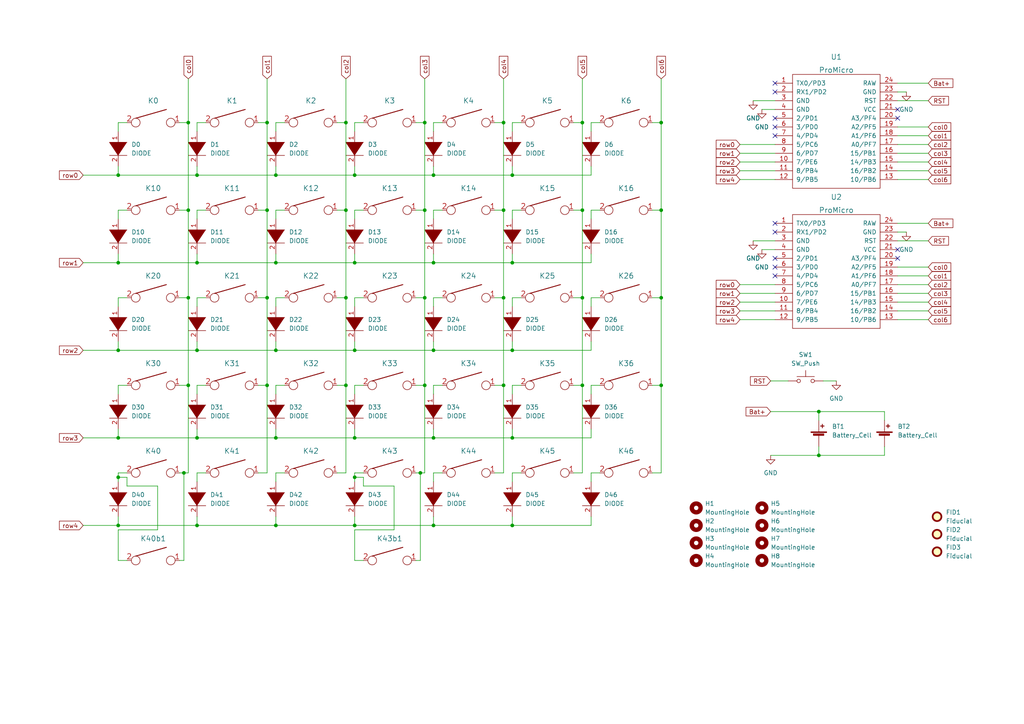
<source format=kicad_sch>
(kicad_sch (version 20211123) (generator eeschema)
  (paper "A4")
  (title_block (title "mykeeb"))
  (lib_symbols
    (symbol "Device:Battery_Cell" (pin_numbers hide) (pin_names (offset 0) hide)
      (property "Reference" "BT" (at 2.54 2.54 0))
      (property "Value" "Battery_Cell" (at 2.54 0 0))
      (symbol "Battery_Cell_0_1"
        (rectangle (start -2.286 1.778) (end 2.286 1.524) (fill (type outline)))
        (rectangle (start -1.5748 1.1938) (end 1.4732 0.6858) (fill (type outline)))
        (polyline (pts (xy 0 0.762) (xy 0 0)))
        (polyline (pts (xy 0 1.778) (xy 0 2.54)))
        (polyline (pts (xy 0.508 3.429) (xy 1.524 3.429)) (stroke (width 0.254)))
        (polyline (pts (xy 1.016 3.937) (xy 1.016 2.921)) (stroke (width 0.254)))
      )
      (symbol "Battery_Cell_1_1"
        (pin passive line (at 0 5.08 270) (length 2.54) (name "+") (number "1"))
        (pin passive line (at 0 -2.54 90) (length 2.54) (name "-") (number "2"))
      )
    )
    (symbol "Mechanical:Fiducial"
      (property "Reference" "FID" (at 0 5.08 0))
      (property "Value" "Fiducial" (at 0 3.175 0))
      (symbol "Fiducial_0_1"
        (circle (center 0 0) (radius 1.27) (stroke (width 0.508)) (fill (type background)))
      )
    )
    (symbol "Mechanical:MountingHole" (pin_names (offset 1.016))
      (property "Reference" "H" (at 0 5.08 0))
      (property "Value" "MountingHole" (at 0 3.175 0))
      (symbol "MountingHole_0_1"
        (circle (center 0 0) (radius 1.27) (stroke (width 1.27)))
      )
    )
    (symbol "Switch:SW_Push" (pin_numbers hide) (pin_names (offset 1.016) hide)
      (property "Reference" "SW" (at 1.27 2.54 0))
      (property "Value" "SW_Push" (at 0 -1.524 0))
      (symbol "SW_Push_0_1"
        (circle (center -2.032 0) (radius 0.508))
        (polyline (pts (xy 0 1.27) (xy 0 3.048)))
        (polyline (pts (xy 2.54 1.27) (xy -2.54 1.27)))
        (circle (center 2.032 0) (radius 0.508))
        (pin passive line (at -5.08 0 0) (length 2.54) (name "1") (number "1"))
        (pin passive line (at 5.08 0 180) (length 2.54) (name "2") (number "2"))
      )
    )
    (symbol "keebio:ProMicro" (pin_names (offset 1.016))
      (property "Reference" "U" (at 0 0 0))
      (property "Value" "ProMicro" (at 0 -19.05 0))
      (symbol "ProMicro_0_1"
        (rectangle (start -12.7 -16.51) (end 12.7 16.51))
      )
      (symbol "ProMicro_1_1"
        (pin input line (at -17.78 13.97 0) (length 5.08) (name "TX0/PD3") (number "1"))
        (pin input line (at -17.78 -8.89 0) (length 5.08) (name "7/PE6") (number "10"))
        (pin input line (at -17.78 -11.43 0) (length 5.08) (name "8/PB4") (number "11"))
        (pin input line (at -17.78 -13.97 0) (length 5.08) (name "9/PB5") (number "12"))
        (pin input line (at 17.78 -13.97 180) (length 5.08) (name "10/PB6") (number "13"))
        (pin input line (at 17.78 -11.43 180) (length 5.08) (name "16/PB2") (number "14"))
        (pin input line (at 17.78 -8.89 180) (length 5.08) (name "14/PB3") (number "15"))
        (pin input line (at 17.78 -6.35 180) (length 5.08) (name "15/PB1") (number "16"))
        (pin input line (at 17.78 -3.81 180) (length 5.08) (name "A0/PF7") (number "17"))
        (pin input line (at 17.78 -1.27 180) (length 5.08) (name "A1/PF6") (number "18"))
        (pin input line (at 17.78 1.27 180) (length 5.08) (name "A2/PF5") (number "19"))
        (pin input line (at -17.78 11.43 0) (length 5.08) (name "RX1/PD2") (number "2"))
        (pin input line (at 17.78 3.81 180) (length 5.08) (name "A3/PF4") (number "20"))
        (pin input line (at 17.78 6.35 180) (length 5.08) (name "VCC") (number "21"))
        (pin input line (at 17.78 8.89 180) (length 5.08) (name "RST") (number "22"))
        (pin input line (at 17.78 11.43 180) (length 5.08) (name "GND") (number "23"))
        (pin input line (at 17.78 13.97 180) (length 5.08) (name "RAW") (number "24"))
        (pin input line (at -17.78 8.89 0) (length 5.08) (name "GND") (number "3"))
        (pin input line (at -17.78 6.35 0) (length 5.08) (name "GND") (number "4"))
        (pin input line (at -17.78 3.81 0) (length 5.08) (name "2/PD1") (number "5"))
        (pin input line (at -17.78 1.27 0) (length 5.08) (name "3/PD0") (number "6"))
        (pin input line (at -17.78 -1.27 0) (length 5.08) (name "4/PD4") (number "7"))
        (pin input line (at -17.78 -3.81 0) (length 5.08) (name "5/PC6") (number "8"))
        (pin input line (at -17.78 -6.35 0) (length 5.08) (name "6/PD7") (number "9"))
      )
    )
    (symbol "keyboard_parts:KEYSW" (pin_names (offset 1.016))
      (property "Reference" "K?" (at -1.27 0 0))
      (symbol "KEYSW_0_1"
        (circle (center -5.08 0) (radius 1.27))
        (polyline (pts (xy -5.08 1.27) (xy 3.81 3.81)) (stroke (width 0.254)))
        (circle (center 5.08 0) (radius 1.27))
      )
      (symbol "KEYSW_1_1"
        (pin passive line (at 7.62 0 180) (length 1.27) (name "~") (number "1"))
        (pin passive line (at -7.62 0 0) (length 1.27) (name "~") (number "2"))
      )
    )
    (symbol "power:GND" (power) (pin_names (offset 0))
      (property "Value" "GND" (at 0 -3.81 0))
      (symbol "GND_0_1"
        (polyline (pts (xy 0 0) (xy 0 -1.27) (xy 1.27 -1.27) (xy 0 -2.54) (xy -1.27 -1.27) (xy 0 -1.27)))
      )
      (symbol "GND_1_1"
        (pin power_in line (at 0 0 270) (length 0) hide (name "GND") (number "1"))
      )
    )
    (symbol "pspice:DIODE" (pin_names (offset 1.016) hide)
      (property "Reference" "D" (at 0 3.81 0))
      (property "Value" "DIODE" (at 0 -4.445 0))
      (symbol "DIODE_0_1"
        (polyline (pts (xy 1.905 2.54) (xy 1.905 -2.54)))
        (polyline (pts (xy -1.905 2.54) (xy -1.905 -2.54) (xy 1.905 0)) (fill (type outline)))
      )
      (symbol "DIODE_1_1"
        (pin input line (at -5.08 0 0) (length 3.81) (name "K") (number "1"))
        (pin input line (at 5.08 0 180) (length 3.81) (name "A") (number "2"))
      )
    )
  )
  (junction (at 77.47 35.56))
  (junction (at 77.47 86.36))
  (junction (at 125.73 101.6))
  (junction (at 146.05 86.36))
  (junction (at 80.01 152.4))
  (junction (at 77.47 60.96))
  (junction (at 191.77 35.56))
  (junction (at 57.15 76.2))
  (junction (at 148.59 101.6))
  (junction (at 102.87 50.8))
  (junction (at 34.29 50.8))
  (junction (at 102.87 152.4))
  (junction (at 168.91 86.36))
  (junction (at 146.05 60.96))
  (junction (at 148.59 152.4))
  (junction (at 80.01 50.8))
  (junction (at 34.29 152.4))
  (junction (at 102.87 101.6))
  (junction (at 125.73 127))
  (junction (at 148.59 50.8))
  (junction (at 146.05 111.76))
  (junction (at 54.61 111.76))
  (junction (at 100.33 35.56))
  (junction (at 102.87 127))
  (junction (at 191.77 60.96))
  (junction (at 34.29 138.43))
  (junction (at 148.59 127))
  (junction (at 80.01 76.2))
  (junction (at 146.05 35.56))
  (junction (at 34.29 76.2))
  (junction (at 125.73 50.8))
  (junction (at 54.61 86.36))
  (junction (at 123.19 60.96))
  (junction (at 100.33 86.36))
  (junction (at 80.01 127))
  (junction (at 100.33 111.76))
  (junction (at 100.33 60.96))
  (junction (at 125.73 152.4))
  (junction (at 57.15 127))
  (junction (at 168.91 60.96))
  (junction (at 77.47 111.76))
  (junction (at 123.19 35.56))
  (junction (at 57.15 152.4))
  (junction (at 34.29 127))
  (junction (at 57.15 101.6))
  (junction (at 34.29 101.6))
  (junction (at 54.61 35.56))
  (junction (at 168.91 35.56))
  (junction (at 168.91 111.76))
  (junction (at 237.49 132.08))
  (junction (at 54.61 60.96))
  (junction (at 191.77 86.36))
  (junction (at 80.01 101.6))
  (junction (at 121.92 137.16))
  (junction (at 57.15 50.8))
  (junction (at 53.34 137.16))
  (junction (at 102.87 76.2))
  (junction (at 102.87 138.43))
  (junction (at 125.73 76.2))
  (junction (at 237.49 119.38))
  (junction (at 148.59 76.2))
  (junction (at 123.19 111.76))
  (junction (at 191.77 111.76))
  (junction (at 123.19 86.36))
  (no_connect (at 224.79 74.93))
  (no_connect (at 260.35 72.39))
  (no_connect (at 224.79 24.13))
  (no_connect (at 224.79 26.67))
  (no_connect (at 224.79 77.47))
  (no_connect (at 224.79 80.01))
  (no_connect (at 224.79 36.83))
  (no_connect (at 224.79 34.29))
  (no_connect (at 224.79 39.37))
  (no_connect (at 260.35 34.29))
  (no_connect (at 260.35 31.75))
  (no_connect (at 260.35 74.93))
  (no_connect (at 224.79 67.31))
  (no_connect (at 224.79 64.77))
  (wire (pts (xy 80.01 35.56) (xy 80.01 38.1)))
  (wire (pts (xy 34.29 153.67) (xy 34.29 162.56)))
  (wire (pts (xy 77.47 111.76) (xy 74.93 111.76)))
  (wire (pts (xy 102.87 138.43) (xy 105.41 138.43)))
  (wire (pts (xy 54.61 35.56) (xy 52.07 35.56)))
  (wire (pts (xy 260.35 46.99) (xy 269.24 46.99)))
  (wire (pts (xy 57.15 111.76) (xy 57.15 114.3)))
  (wire (pts (xy 173.99 60.96) (xy 171.45 60.96)))
  (wire (pts (xy 191.77 35.56) (xy 189.23 35.56)))
  (wire (pts (xy 80.01 101.6) (xy 80.01 99.06)))
  (wire (pts (xy 80.01 127) (xy 80.01 124.46)))
  (wire (pts (xy 146.05 35.56) (xy 146.05 60.96)))
  (wire (pts (xy 105.41 35.56) (xy 102.87 35.56)))
  (wire (pts (xy 59.69 86.36) (xy 57.15 86.36)))
  (wire (pts (xy 102.87 50.8) (xy 125.73 50.8)))
  (wire (pts (xy 80.01 76.2) (xy 102.87 76.2)))
  (wire (pts (xy 114.3 153.67) (xy 114.3 140.97)))
  (wire (pts (xy 171.45 50.8) (xy 171.45 48.26)))
  (wire (pts (xy 57.15 137.16) (xy 57.15 139.7)))
  (wire (pts (xy 102.87 60.96) (xy 102.87 63.5)))
  (wire (pts (xy 34.29 137.16) (xy 34.29 138.43)))
  (wire (pts (xy 57.15 50.8) (xy 80.01 50.8)))
  (wire (pts (xy 146.05 22.86) (xy 146.05 35.56)))
  (wire (pts (xy 123.19 35.56) (xy 120.65 35.56)))
  (wire (pts (xy 191.77 111.76) (xy 189.23 111.76)))
  (wire (pts (xy 100.33 35.56) (xy 100.33 60.96)))
  (wire (pts (xy 34.29 101.6) (xy 57.15 101.6)))
  (wire (pts (xy 191.77 86.36) (xy 189.23 86.36)))
  (wire (pts (xy 223.52 119.38) (xy 237.49 119.38)))
  (wire (pts (xy 168.91 86.36) (xy 168.91 111.76)))
  (wire (pts (xy 57.15 50.8) (xy 57.15 48.26)))
  (wire (pts (xy 191.77 60.96) (xy 189.23 60.96)))
  (wire (pts (xy 77.47 35.56) (xy 74.93 35.56)))
  (wire (pts (xy 45.72 140.97) (xy 36.83 140.97)))
  (wire (pts (xy 34.29 99.06) (xy 34.29 101.6)))
  (wire (pts (xy 223.52 110.49) (xy 228.6 110.49)))
  (wire (pts (xy 102.87 35.56) (xy 102.87 38.1)))
  (wire (pts (xy 77.47 111.76) (xy 77.47 137.16)))
  (wire (pts (xy 82.55 111.76) (xy 80.01 111.76)))
  (wire (pts (xy 100.33 22.86) (xy 100.33 35.56)))
  (wire (pts (xy 100.33 60.96) (xy 97.79 60.96)))
  (wire (pts (xy 148.59 60.96) (xy 148.59 63.5)))
  (wire (pts (xy 260.35 41.91) (xy 269.24 41.91)))
  (wire (pts (xy 171.45 101.6) (xy 171.45 99.06)))
  (wire (pts (xy 77.47 60.96) (xy 77.47 86.36)))
  (wire (pts (xy 34.29 73.66) (xy 34.29 76.2)))
  (wire (pts (xy 77.47 35.56) (xy 77.47 60.96)))
  (wire (pts (xy 34.29 138.43) (xy 34.29 139.7)))
  (wire (pts (xy 171.45 60.96) (xy 171.45 63.5)))
  (wire (pts (xy 171.45 137.16) (xy 171.45 139.7)))
  (wire (pts (xy 260.35 87.63) (xy 269.24 87.63)))
  (wire (pts (xy 102.87 138.43) (xy 102.87 139.7)))
  (wire (pts (xy 34.29 76.2) (xy 24.13 76.2)))
  (wire (pts (xy 128.27 111.76) (xy 125.73 111.76)))
  (wire (pts (xy 173.99 111.76) (xy 171.45 111.76)))
  (wire (pts (xy 36.83 137.16) (xy 34.29 137.16)))
  (wire (pts (xy 148.59 35.56) (xy 148.59 38.1)))
  (wire (pts (xy 102.87 111.76) (xy 102.87 114.3)))
  (wire (pts (xy 102.87 162.56) (xy 102.87 153.67)))
  (wire (pts (xy 237.49 132.08) (xy 256.54 132.08)))
  (wire (pts (xy 223.52 132.08) (xy 237.49 132.08)))
  (wire (pts (xy 36.83 60.96) (xy 34.29 60.96)))
  (wire (pts (xy 102.87 86.36) (xy 102.87 88.9)))
  (wire (pts (xy 125.73 60.96) (xy 125.73 63.5)))
  (wire (pts (xy 171.45 86.36) (xy 171.45 88.9)))
  (wire (pts (xy 102.87 137.16) (xy 102.87 138.43)))
  (wire (pts (xy 168.91 111.76) (xy 168.91 137.16)))
  (wire (pts (xy 151.13 111.76) (xy 148.59 111.76)))
  (wire (pts (xy 168.91 35.56) (xy 166.37 35.56)))
  (wire (pts (xy 100.33 86.36) (xy 97.79 86.36)))
  (wire (pts (xy 148.59 86.36) (xy 148.59 88.9)))
  (wire (pts (xy 36.83 162.56) (xy 34.29 162.56)))
  (wire (pts (xy 123.19 35.56) (xy 123.19 60.96)))
  (wire (pts (xy 80.01 137.16) (xy 80.01 139.7)))
  (wire (pts (xy 54.61 86.36) (xy 52.07 86.36)))
  (wire (pts (xy 105.41 111.76) (xy 102.87 111.76)))
  (wire (pts (xy 57.15 60.96) (xy 57.15 63.5)))
  (wire (pts (xy 171.45 152.4) (xy 171.45 149.86)))
  (wire (pts (xy 80.01 101.6) (xy 102.87 101.6)))
  (wire (pts (xy 125.73 86.36) (xy 125.73 88.9)))
  (wire (pts (xy 102.87 101.6) (xy 102.87 99.06)))
  (wire (pts (xy 36.83 111.76) (xy 34.29 111.76)))
  (wire (pts (xy 148.59 137.16) (xy 148.59 139.7)))
  (wire (pts (xy 191.77 86.36) (xy 191.77 111.76)))
  (wire (pts (xy 191.77 60.96) (xy 191.77 86.36)))
  (wire (pts (xy 237.49 119.38) (xy 237.49 121.92)))
  (wire (pts (xy 151.13 35.56) (xy 148.59 35.56)))
  (wire (pts (xy 34.29 101.6) (xy 24.13 101.6)))
  (wire (pts (xy 57.15 127) (xy 80.01 127)))
  (wire (pts (xy 100.33 35.56) (xy 97.79 35.56)))
  (wire (pts (xy 148.59 152.4) (xy 171.45 152.4)))
  (wire (pts (xy 80.01 50.8) (xy 80.01 48.26)))
  (wire (pts (xy 102.87 153.67) (xy 114.3 153.67)))
  (wire (pts (xy 256.54 119.38) (xy 256.54 121.92)))
  (wire (pts (xy 148.59 101.6) (xy 148.59 99.06)))
  (wire (pts (xy 123.19 60.96) (xy 120.65 60.96)))
  (wire (pts (xy 77.47 86.36) (xy 74.93 86.36)))
  (wire (pts (xy 57.15 127) (xy 57.15 124.46)))
  (wire (pts (xy 82.55 60.96) (xy 80.01 60.96)))
  (wire (pts (xy 146.05 60.96) (xy 146.05 86.36)))
  (wire (pts (xy 121.92 137.16) (xy 120.65 137.16)))
  (wire (pts (xy 214.63 85.09) (xy 224.79 85.09)))
  (wire (pts (xy 34.29 60.96) (xy 34.29 63.5)))
  (wire (pts (xy 34.29 127) (xy 24.13 127)))
  (wire (pts (xy 260.35 90.17) (xy 269.24 90.17)))
  (wire (pts (xy 260.35 69.85) (xy 269.24 69.85)))
  (wire (pts (xy 125.73 76.2) (xy 148.59 76.2)))
  (wire (pts (xy 77.47 22.86) (xy 77.47 35.56)))
  (wire (pts (xy 128.27 86.36) (xy 125.73 86.36)))
  (wire (pts (xy 34.29 86.36) (xy 34.29 88.9)))
  (wire (pts (xy 148.59 50.8) (xy 148.59 48.26)))
  (wire (pts (xy 260.35 85.09) (xy 269.24 85.09)))
  (wire (pts (xy 53.34 137.16) (xy 53.34 162.56)))
  (wire (pts (xy 260.35 80.01) (xy 269.24 80.01)))
  (wire (pts (xy 121.92 137.16) (xy 121.92 162.56)))
  (wire (pts (xy 57.15 152.4) (xy 57.15 149.86)))
  (wire (pts (xy 105.41 162.56) (xy 102.87 162.56)))
  (wire (pts (xy 100.33 111.76) (xy 100.33 137.16)))
  (wire (pts (xy 173.99 86.36) (xy 171.45 86.36)))
  (wire (pts (xy 59.69 137.16) (xy 57.15 137.16)))
  (wire (pts (xy 125.73 137.16) (xy 125.73 139.7)))
  (wire (pts (xy 80.01 127) (xy 102.87 127)))
  (wire (pts (xy 146.05 86.36) (xy 146.05 111.76)))
  (wire (pts (xy 52.07 162.56) (xy 53.34 162.56)))
  (wire (pts (xy 260.35 29.21) (xy 269.24 29.21)))
  (wire (pts (xy 54.61 137.16) (xy 53.34 137.16)))
  (wire (pts (xy 125.73 35.56) (xy 125.73 38.1)))
  (wire (pts (xy 125.73 101.6) (xy 148.59 101.6)))
  (wire (pts (xy 34.29 152.4) (xy 57.15 152.4)))
  (wire (pts (xy 125.73 101.6) (xy 125.73 99.06)))
  (wire (pts (xy 102.87 76.2) (xy 102.87 73.66)))
  (wire (pts (xy 123.19 111.76) (xy 120.65 111.76)))
  (wire (pts (xy 123.19 60.96) (xy 123.19 86.36)))
  (wire (pts (xy 54.61 111.76) (xy 52.07 111.76)))
  (wire (pts (xy 100.33 86.36) (xy 100.33 111.76)))
  (wire (pts (xy 128.27 137.16) (xy 125.73 137.16)))
  (wire (pts (xy 54.61 86.36) (xy 54.61 111.76)))
  (wire (pts (xy 214.63 41.91) (xy 224.79 41.91)))
  (wire (pts (xy 260.35 64.77) (xy 269.24 64.77)))
  (wire (pts (xy 173.99 137.16) (xy 171.45 137.16)))
  (wire (pts (xy 214.63 87.63) (xy 224.79 87.63)))
  (wire (pts (xy 214.63 92.71) (xy 224.79 92.71)))
  (wire (pts (xy 151.13 137.16) (xy 148.59 137.16)))
  (wire (pts (xy 214.63 49.53) (xy 224.79 49.53)))
  (wire (pts (xy 260.35 26.67) (xy 262.89 26.67)))
  (wire (pts (xy 36.83 35.56) (xy 34.29 35.56)))
  (wire (pts (xy 34.29 35.56) (xy 34.29 38.1)))
  (wire (pts (xy 102.87 152.4) (xy 125.73 152.4)))
  (wire (pts (xy 191.77 22.86) (xy 191.77 35.56)))
  (wire (pts (xy 168.91 22.86) (xy 168.91 35.56)))
  (wire (pts (xy 260.35 52.07) (xy 269.24 52.07)))
  (wire (pts (xy 256.54 132.08) (xy 256.54 129.54)))
  (wire (pts (xy 80.01 86.36) (xy 80.01 88.9)))
  (wire (pts (xy 82.55 86.36) (xy 80.01 86.36)))
  (wire (pts (xy 123.19 86.36) (xy 120.65 86.36)))
  (wire (pts (xy 45.72 153.67) (xy 45.72 140.97)))
  (wire (pts (xy 123.19 86.36) (xy 123.19 111.76)))
  (wire (pts (xy 114.3 140.97) (xy 105.41 140.97)))
  (wire (pts (xy 214.63 44.45) (xy 224.79 44.45)))
  (wire (pts (xy 102.87 152.4) (xy 102.87 149.86)))
  (wire (pts (xy 54.61 22.86) (xy 54.61 35.56)))
  (wire (pts (xy 34.29 152.4) (xy 24.13 152.4)))
  (wire (pts (xy 105.41 86.36) (xy 102.87 86.36)))
  (wire (pts (xy 191.77 35.56) (xy 191.77 60.96)))
  (wire (pts (xy 82.55 35.56) (xy 80.01 35.56)))
  (wire (pts (xy 148.59 76.2) (xy 148.59 73.66)))
  (wire (pts (xy 171.45 76.2) (xy 171.45 73.66)))
  (wire (pts (xy 260.35 39.37) (xy 269.24 39.37)))
  (wire (pts (xy 57.15 35.56) (xy 57.15 38.1)))
  (wire (pts (xy 100.33 60.96) (xy 100.33 86.36)))
  (wire (pts (xy 34.29 153.67) (xy 45.72 153.67)))
  (wire (pts (xy 168.91 137.16) (xy 166.37 137.16)))
  (wire (pts (xy 128.27 35.56) (xy 125.73 35.56)))
  (wire (pts (xy 173.99 35.56) (xy 171.45 35.56)))
  (wire (pts (xy 80.01 152.4) (xy 80.01 149.86)))
  (wire (pts (xy 57.15 86.36) (xy 57.15 88.9)))
  (wire (pts (xy 57.15 152.4) (xy 80.01 152.4)))
  (wire (pts (xy 260.35 67.31) (xy 262.89 67.31)))
  (wire (pts (xy 214.63 90.17) (xy 224.79 90.17)))
  (wire (pts (xy 54.61 60.96) (xy 52.07 60.96)))
  (wire (pts (xy 214.63 46.99) (xy 224.79 46.99)))
  (wire (pts (xy 125.73 152.4) (xy 148.59 152.4)))
  (wire (pts (xy 168.91 60.96) (xy 168.91 86.36)))
  (wire (pts (xy 260.35 44.45) (xy 269.24 44.45)))
  (wire (pts (xy 105.41 137.16) (xy 102.87 137.16)))
  (wire (pts (xy 171.45 35.56) (xy 171.45 38.1)))
  (wire (pts (xy 102.87 50.8) (xy 102.87 48.26)))
  (wire (pts (xy 34.29 48.26) (xy 34.29 50.8)))
  (wire (pts (xy 36.83 138.43) (xy 34.29 138.43)))
  (wire (pts (xy 237.49 119.38) (xy 256.54 119.38)))
  (wire (pts (xy 59.69 60.96) (xy 57.15 60.96)))
  (wire (pts (xy 80.01 152.4) (xy 102.87 152.4)))
  (wire (pts (xy 125.73 127) (xy 125.73 124.46)))
  (wire (pts (xy 191.77 111.76) (xy 191.77 137.16)))
  (wire (pts (xy 34.29 149.86) (xy 34.29 152.4)))
  (wire (pts (xy 146.05 60.96) (xy 143.51 60.96)))
  (wire (pts (xy 218.44 29.21) (xy 224.79 29.21)))
  (wire (pts (xy 148.59 152.4) (xy 148.59 149.86)))
  (wire (pts (xy 34.29 111.76) (xy 34.29 114.3)))
  (wire (pts (xy 57.15 101.6) (xy 80.01 101.6)))
  (wire (pts (xy 77.47 60.96) (xy 74.93 60.96)))
  (wire (pts (xy 171.45 111.76) (xy 171.45 114.3)))
  (wire (pts (xy 168.91 86.36) (xy 166.37 86.36)))
  (wire (pts (xy 214.63 82.55) (xy 224.79 82.55)))
  (wire (pts (xy 57.15 76.2) (xy 57.15 73.66)))
  (wire (pts (xy 168.91 111.76) (xy 166.37 111.76)))
  (wire (pts (xy 80.01 60.96) (xy 80.01 63.5)))
  (wire (pts (xy 123.19 111.76) (xy 123.19 137.16)))
  (wire (pts (xy 97.79 137.16) (xy 100.33 137.16)))
  (wire (pts (xy 146.05 137.16) (xy 143.51 137.16)))
  (wire (pts (xy 36.83 86.36) (xy 34.29 86.36)))
  (wire (pts (xy 54.61 35.56) (xy 54.61 60.96)))
  (wire (pts (xy 80.01 111.76) (xy 80.01 114.3)))
  (wire (pts (xy 146.05 86.36) (xy 143.51 86.36)))
  (wire (pts (xy 123.19 22.86) (xy 123.19 35.56)))
  (wire (pts (xy 125.73 111.76) (xy 125.73 114.3)))
  (wire (pts (xy 260.35 82.55) (xy 269.24 82.55)))
  (wire (pts (xy 59.69 35.56) (xy 57.15 35.56)))
  (wire (pts (xy 151.13 60.96) (xy 148.59 60.96)))
  (wire (pts (xy 34.29 124.46) (xy 34.29 127)))
  (wire (pts (xy 80.01 50.8) (xy 102.87 50.8)))
  (wire (pts (xy 260.35 36.83) (xy 269.24 36.83)))
  (wire (pts (xy 36.83 140.97) (xy 36.83 138.43)))
  (wire (pts (xy 148.59 101.6) (xy 171.45 101.6)))
  (wire (pts (xy 220.98 72.39) (xy 224.79 72.39)))
  (wire (pts (xy 260.35 92.71) (xy 269.24 92.71)))
  (wire (pts (xy 148.59 76.2) (xy 171.45 76.2)))
  (wire (pts (xy 77.47 137.16) (xy 74.93 137.16)))
  (wire (pts (xy 102.87 127) (xy 125.73 127)))
  (wire (pts (xy 146.05 111.76) (xy 143.51 111.76)))
  (wire (pts (xy 123.19 137.16) (xy 121.92 137.16)))
  (wire (pts (xy 125.73 50.8) (xy 148.59 50.8)))
  (wire (pts (xy 146.05 35.56) (xy 143.51 35.56)))
  (wire (pts (xy 34.29 50.8) (xy 24.13 50.8)))
  (wire (pts (xy 102.87 101.6) (xy 125.73 101.6)))
  (wire (pts (xy 77.47 86.36) (xy 77.47 111.76)))
  (wire (pts (xy 220.98 31.75) (xy 224.79 31.75)))
  (wire (pts (xy 125.73 127) (xy 148.59 127)))
  (wire (pts (xy 168.91 60.96) (xy 166.37 60.96)))
  (wire (pts (xy 82.55 137.16) (xy 80.01 137.16)))
  (wire (pts (xy 260.35 77.47) (xy 269.24 77.47)))
  (wire (pts (xy 238.76 110.49) (xy 242.57 110.49)))
  (wire (pts (xy 59.69 111.76) (xy 57.15 111.76)))
  (wire (pts (xy 57.15 76.2) (xy 80.01 76.2)))
  (wire (pts (xy 191.77 137.16) (xy 189.23 137.16)))
  (wire (pts (xy 125.73 152.4) (xy 125.73 149.86)))
  (wire (pts (xy 146.05 111.76) (xy 146.05 137.16)))
  (wire (pts (xy 171.45 127) (xy 171.45 124.46)))
  (wire (pts (xy 105.41 140.97) (xy 105.41 138.43)))
  (wire (pts (xy 151.13 86.36) (xy 148.59 86.36)))
  (wire (pts (xy 54.61 111.76) (xy 54.61 137.16)))
  (wire (pts (xy 54.61 60.96) (xy 54.61 86.36)))
  (wire (pts (xy 128.27 60.96) (xy 125.73 60.96)))
  (wire (pts (xy 148.59 127) (xy 171.45 127)))
  (wire (pts (xy 260.35 49.53) (xy 269.24 49.53)))
  (wire (pts (xy 237.49 132.08) (xy 237.49 129.54)))
  (wire (pts (xy 125.73 50.8) (xy 125.73 48.26)))
  (wire (pts (xy 34.29 127) (xy 57.15 127)))
  (wire (pts (xy 100.33 111.76) (xy 97.79 111.76)))
  (wire (pts (xy 148.59 127) (xy 148.59 124.46)))
  (wire (pts (xy 125.73 76.2) (xy 125.73 73.66)))
  (wire (pts (xy 80.01 76.2) (xy 80.01 73.66)))
  (wire (pts (xy 214.63 52.07) (xy 224.79 52.07)))
  (wire (pts (xy 168.91 35.56) (xy 168.91 60.96)))
  (wire (pts (xy 148.59 111.76) (xy 148.59 114.3)))
  (wire (pts (xy 102.87 127) (xy 102.87 124.46)))
  (wire (pts (xy 260.35 24.13) (xy 269.24 24.13)))
  (wire (pts (xy 34.29 76.2) (xy 57.15 76.2)))
  (wire (pts (xy 105.41 60.96) (xy 102.87 60.96)))
  (wire (pts (xy 34.29 50.8) (xy 57.15 50.8)))
  (wire (pts (xy 57.15 101.6) (xy 57.15 99.06)))
  (wire (pts (xy 218.44 69.85) (xy 224.79 69.85)))
  (wire (pts (xy 53.34 137.16) (xy 52.07 137.16)))
  (wire (pts (xy 120.65 162.56) (xy 121.92 162.56)))
  (wire (pts (xy 148.59 50.8) (xy 171.45 50.8)))
  (wire (pts (xy 102.87 76.2) (xy 125.73 76.2)))
  (global_label "Bat+" (shape input) (at 223.52 119.38 180) (property "Referenzen zwischen Schaltplänen" "${INTERSHEET_REFS}" (effects hide)))
  (global_label "col4" (shape input) (at 269.24 87.63 0) (property "Referenzen zwischen Schaltplänen" "${INTERSHEET_REFS}" (effects hide)))
  (global_label "row2" (shape input) (at 214.63 87.63 180) (property "Referenzen zwischen Schaltplänen" "${INTERSHEET_REFS}" (effects hide)))
  (global_label "row1" (shape input) (at 24.13 76.2 180) (property "Referenzen zwischen Schaltplänen" "${INTERSHEET_REFS}" (effects hide)))
  (global_label "col3" (shape input) (at 269.24 85.09 0) (property "Referenzen zwischen Schaltplänen" "${INTERSHEET_REFS}" (effects hide)))
  (global_label "RST" (shape input) (at 269.24 29.21 0) (property "Referenzen zwischen Schaltplänen" "${INTERSHEET_REFS}" (effects hide)))
  (global_label "col1" (shape input) (at 269.24 80.01 0) (property "Referenzen zwischen Schaltplänen" "${INTERSHEET_REFS}" (effects hide)))
  (global_label "col6" (shape input) (at 269.24 92.71 0) (property "Referenzen zwischen Schaltplänen" "${INTERSHEET_REFS}" (effects hide)))
  (global_label "col3" (shape input) (at 269.24 44.45 0) (property "Referenzen zwischen Schaltplänen" "${INTERSHEET_REFS}" (effects hide)))
  (global_label "row4" (shape input) (at 214.63 92.71 180) (property "Referenzen zwischen Schaltplänen" "${INTERSHEET_REFS}" (effects hide)))
  (global_label "Bat+" (shape input) (at 269.24 64.77 0) (property "Referenzen zwischen Schaltplänen" "${INTERSHEET_REFS}" (effects hide)))
  (global_label "row3" (shape input) (at 214.63 49.53 180) (property "Referenzen zwischen Schaltplänen" "${INTERSHEET_REFS}" (effects hide)))
  (global_label "col0" (shape input) (at 54.61 22.86 90) (property "Referenzen zwischen Schaltplänen" "${INTERSHEET_REFS}" (effects hide)))
  (global_label "col3" (shape input) (at 123.19 22.86 90) (property "Referenzen zwischen Schaltplänen" "${INTERSHEET_REFS}" (effects hide)))
  (global_label "row4" (shape input) (at 214.63 52.07 180) (property "Referenzen zwischen Schaltplänen" "${INTERSHEET_REFS}" (effects hide)))
  (global_label "col1" (shape input) (at 77.47 22.86 90) (property "Referenzen zwischen Schaltplänen" "${INTERSHEET_REFS}" (effects hide)))
  (global_label "col4" (shape input) (at 269.24 46.99 0) (property "Referenzen zwischen Schaltplänen" "${INTERSHEET_REFS}" (effects hide)))
  (global_label "col2" (shape input) (at 100.33 22.86 90) (property "Referenzen zwischen Schaltplänen" "${INTERSHEET_REFS}" (effects hide)))
  (global_label "col2" (shape input) (at 269.24 41.91 0) (property "Referenzen zwischen Schaltplänen" "${INTERSHEET_REFS}" (effects hide)))
  (global_label "col2" (shape input) (at 269.24 82.55 0) (property "Referenzen zwischen Schaltplänen" "${INTERSHEET_REFS}" (effects hide)))
  (global_label "row0" (shape input) (at 214.63 41.91 180) (property "Referenzen zwischen Schaltplänen" "${INTERSHEET_REFS}" (effects hide)))
  (global_label "RST" (shape input) (at 269.24 69.85 0) (property "Referenzen zwischen Schaltplänen" "${INTERSHEET_REFS}" (effects hide)))
  (global_label "col6" (shape input) (at 191.77 22.86 90) (property "Referenzen zwischen Schaltplänen" "${INTERSHEET_REFS}" (effects hide)))
  (global_label "row1" (shape input) (at 214.63 85.09 180) (property "Referenzen zwischen Schaltplänen" "${INTERSHEET_REFS}" (effects hide)))
  (global_label "col1" (shape input) (at 269.24 39.37 0) (property "Referenzen zwischen Schaltplänen" "${INTERSHEET_REFS}" (effects hide)))
  (global_label "Bat+" (shape input) (at 269.24 24.13 0) (property "Referenzen zwischen Schaltplänen" "${INTERSHEET_REFS}" (effects hide)))
  (global_label "col6" (shape input) (at 269.24 52.07 0) (property "Referenzen zwischen Schaltplänen" "${INTERSHEET_REFS}" (effects hide)))
  (global_label "col0" (shape input) (at 269.24 36.83 0) (property "Referenzen zwischen Schaltplänen" "${INTERSHEET_REFS}" (effects hide)))
  (global_label "col5" (shape input) (at 168.91 22.86 90) (property "Referenzen zwischen Schaltplänen" "${INTERSHEET_REFS}" (effects hide)))
  (global_label "row1" (shape input) (at 214.63 44.45 180) (property "Referenzen zwischen Schaltplänen" "${INTERSHEET_REFS}" (effects hide)))
  (global_label "RST" (shape input) (at 223.52 110.49 180) (property "Referenzen zwischen Schaltplänen" "${INTERSHEET_REFS}" (effects hide)))
  (global_label "col4" (shape input) (at 146.05 22.86 90) (property "Referenzen zwischen Schaltplänen" "${INTERSHEET_REFS}" (effects hide)))
  (global_label "row2" (shape input) (at 24.13 101.6 180) (property "Referenzen zwischen Schaltplänen" "${INTERSHEET_REFS}" (effects hide)))
  (global_label "row2" (shape input) (at 214.63 46.99 180) (property "Referenzen zwischen Schaltplänen" "${INTERSHEET_REFS}" (effects hide)))
  (global_label "row0" (shape input) (at 24.13 50.8 180) (property "Referenzen zwischen Schaltplänen" "${INTERSHEET_REFS}" (effects hide)))
  (global_label "col0" (shape input) (at 269.24 77.47 0) (property "Referenzen zwischen Schaltplänen" "${INTERSHEET_REFS}" (effects hide)))
  (global_label "row4" (shape input) (at 24.13 152.4 180) (property "Referenzen zwischen Schaltplänen" "${INTERSHEET_REFS}" (effects hide)))
  (global_label "col5" (shape input) (at 269.24 90.17 0) (property "Referenzen zwischen Schaltplänen" "${INTERSHEET_REFS}" (effects hide)))
  (global_label "row0" (shape input) (at 214.63 82.55 180) (property "Referenzen zwischen Schaltplänen" "${INTERSHEET_REFS}" (effects hide)))
  (global_label "row3" (shape input) (at 24.13 127 180) (property "Referenzen zwischen Schaltplänen" "${INTERSHEET_REFS}" (effects hide)))
  (global_label "col5" (shape input) (at 269.24 49.53 0) (property "Referenzen zwischen Schaltplänen" "${INTERSHEET_REFS}" (effects hide)))
  (global_label "row3" (shape input) (at 214.63 90.17 180) (property "Referenzen zwischen Schaltplänen" "${INTERSHEET_REFS}" (effects hide)))
  (symbol (lib_id "keyboard_parts:KEYSW") (at 44.45 35.56 0) (unit 1)
    (property "Reference" "K0" (at 44.45 29.21 0) (effects (font (size 1.524 1.524))))
    (property "Value" "KEYSW" (effects hide))
    (property "Footprint" "keyswitches:Kailh_socket_MX_optional_reversible" (effects hide))
  )
  (symbol (lib_id "pspice:DIODE") (at 171.45 68.58 270) (unit 1)
    (property "Reference" "D16" (at 175.26 67.3099 90) (effects (justify left)))
    (property "Value" "DIODE" (at 175.26 69.8499 90) (effects (justify left)))
    (property "Footprint" "Keebio-Parts:D_SOD123F" (effects hide))
  )
  (symbol (lib_id "keyboard_parts:KEYSW") (at 113.03 137.16 0) (unit 1)
    (property "Reference" "K43" (at 113.03 130.81 0) (effects (font (size 1.524 1.524))))
    (property "Value" "KEYSW" (effects hide))
    (property "Footprint" "keyswitches:Kailh_socket_MX_optional_reversible" (effects hide))
  )
  (symbol (lib_id "Mechanical:MountingHole") (at 220.98 162.56 0) (unit 1)
    (property "Reference" "H8" (at 223.52 161.2899 0) (effects (justify left)))
    (property "Value" "MountingHole" (at 223.52 163.8299 0) (effects (justify left)))
    (property "Footprint" "MountingHole:MountingHole_2.2mm_M2" (effects hide))
  )
  (symbol (lib_id "pspice:DIODE") (at 148.59 119.38 270) (unit 1)
    (property "Reference" "D35" (at 152.4 118.1099 90) (effects (justify left)))
    (property "Value" "DIODE" (at 152.4 120.6499 90) (effects (justify left)))
    (property "Footprint" "Keebio-Parts:D_SOD123F" (effects hide))
  )
  (symbol (lib_id "keyboard_parts:KEYSW") (at 135.89 86.36 0) (unit 1)
    (property "Reference" "K24" (at 135.89 80.01 0) (effects (font (size 1.524 1.524))))
    (property "Value" "KEYSW" (effects hide))
    (property "Footprint" "keyswitches:Kailh_socket_MX_optional_reversible" (effects hide))
  )
  (symbol (lib_id "pspice:DIODE") (at 102.87 93.98 270) (unit 1)
    (property "Reference" "D23" (at 106.68 92.7099 90) (effects (justify left)))
    (property "Value" "DIODE" (at 106.68 95.2499 90) (effects (justify left)))
    (property "Footprint" "Keebio-Parts:D_SOD123F" (effects hide))
  )
  (symbol (lib_id "pspice:DIODE") (at 102.87 144.78 270) (unit 1)
    (property "Reference" "D43" (at 106.68 143.5099 90) (effects (justify left)))
    (property "Value" "DIODE" (at 106.68 146.0499 90) (effects (justify left)))
    (property "Footprint" "Keebio-Parts:D_SOD123F" (effects hide))
  )
  (symbol (lib_id "pspice:DIODE") (at 171.45 119.38 270) (unit 1)
    (property "Reference" "D36" (at 175.26 118.1099 90) (effects (justify left)))
    (property "Value" "DIODE" (at 175.26 120.6499 90) (effects (justify left)))
    (property "Footprint" "Keebio-Parts:D_SOD123F" (effects hide))
  )
  (symbol (lib_id "keyboard_parts:KEYSW") (at 44.45 86.36 0) (unit 1)
    (property "Reference" "K20" (at 44.45 80.01 0) (effects (font (size 1.524 1.524))))
    (property "Value" "KEYSW" (effects hide))
    (property "Footprint" "keyswitches:Kailh_socket_MX_optional_reversible" (effects hide))
  )
  (symbol (lib_id "keebio:ProMicro") (at 242.57 38.1 0) (unit 1)
    (property "Reference" "U1" (at 242.57 16.51 0) (effects (font (size 1.524 1.524))))
    (property "Value" "ProMicro" (at 242.57 20.32 0) (effects (font (size 1.524 1.524))))
    (property "Footprint" "Keebio-Parts:ArduinoProMicro-BackSide" (effects hide))
  )
  (symbol (lib_id "pspice:DIODE") (at 102.87 68.58 270) (unit 1)
    (property "Reference" "D13" (at 106.68 67.3099 90) (effects (justify left)))
    (property "Value" "DIODE" (at 106.68 69.8499 90) (effects (justify left)))
    (property "Footprint" "Keebio-Parts:D_SOD123F" (effects hide))
  )
  (symbol (lib_id "keyboard_parts:KEYSW") (at 113.03 86.36 0) (unit 1)
    (property "Reference" "K23" (at 113.03 80.01 0) (effects (font (size 1.524 1.524))))
    (property "Value" "KEYSW" (effects hide))
    (property "Footprint" "keyswitches:Kailh_socket_MX_optional_reversible" (effects hide))
  )
  (symbol (lib_id "keyboard_parts:KEYSW") (at 113.03 60.96 0) (unit 1)
    (property "Reference" "K13" (at 113.03 54.61 0) (effects (font (size 1.524 1.524))))
    (property "Value" "KEYSW" (effects hide))
    (property "Footprint" "keyswitches:Kailh_socket_MX_optional_reversible" (effects hide))
  )
  (symbol (lib_id "keyboard_parts:KEYSW") (at 158.75 60.96 0) (unit 1)
    (property "Reference" "K15" (at 158.75 54.61 0) (effects (font (size 1.524 1.524))))
    (property "Value" "KEYSW" (effects hide))
    (property "Footprint" "keyswitches:Kailh_socket_MX_optional_reversible" (effects hide))
  )
  (symbol (lib_id "pspice:DIODE") (at 57.15 68.58 270) (unit 1)
    (property "Reference" "D11" (at 60.96 67.3099 90) (effects (justify left)))
    (property "Value" "DIODE" (at 60.96 69.8499 90) (effects (justify left)))
    (property "Footprint" "Keebio-Parts:D_SOD123F" (effects hide))
  )
  (symbol (lib_id "pspice:DIODE") (at 80.01 93.98 270) (unit 1)
    (property "Reference" "D22" (at 83.82 92.7099 90) (effects (justify left)))
    (property "Value" "DIODE" (at 83.82 95.2499 90) (effects (justify left)))
    (property "Footprint" "Keebio-Parts:D_SOD123F" (effects hide))
  )
  (symbol (lib_id "pspice:DIODE") (at 80.01 144.78 270) (unit 1)
    (property "Reference" "D42" (at 83.82 143.5099 90) (effects (justify left)))
    (property "Value" "DIODE" (at 83.82 146.0499 90) (effects (justify left)))
    (property "Footprint" "Keebio-Parts:D_SOD123F" (effects hide))
  )
  (symbol (lib_id "pspice:DIODE") (at 57.15 144.78 270) (unit 1)
    (property "Reference" "D41" (at 60.96 143.5099 90) (effects (justify left)))
    (property "Value" "DIODE" (at 60.96 146.0499 90) (effects (justify left)))
    (property "Footprint" "Keebio-Parts:D_SOD123F" (effects hide))
  )
  (symbol (lib_id "keyboard_parts:KEYSW") (at 135.89 111.76 0) (unit 1)
    (property "Reference" "K34" (at 135.89 105.41 0) (effects (font (size 1.524 1.524))))
    (property "Value" "KEYSW" (effects hide))
    (property "Footprint" "keyswitches:Kailh_socket_MX_optional_reversible" (effects hide))
  )
  (symbol (lib_id "pspice:DIODE") (at 34.29 68.58 270) (unit 1)
    (property "Reference" "D10" (at 38.1 67.3099 90) (effects (justify left)))
    (property "Value" "DIODE" (at 38.1 69.8499 90) (effects (justify left)))
    (property "Footprint" "Keebio-Parts:D_SOD123F" (effects hide))
  )
  (symbol (lib_id "power:GND") (at 262.89 67.31 0) (unit 1)
    (property "Reference" "#PWR?" (effects hide))
    (property "Value" "GND" (at 262.89 72.39 0))
  )
  (symbol (lib_id "pspice:DIODE") (at 125.73 93.98 270) (unit 1)
    (property "Reference" "D24" (at 129.54 92.7099 90) (effects (justify left)))
    (property "Value" "DIODE" (at 129.54 95.2499 90) (effects (justify left)))
    (property "Footprint" "Keebio-Parts:D_SOD123F" (effects hide))
  )
  (symbol (lib_id "keyboard_parts:KEYSW") (at 44.45 137.16 0) (unit 1)
    (property "Reference" "K40" (at 44.45 130.81 0) (effects (font (size 1.524 1.524))))
    (property "Value" "KEYSW" (effects hide))
    (property "Footprint" "keyswitches:Kailh_socket_MX_optional_reversible" (effects hide))
  )
  (symbol (lib_id "Mechanical:MountingHole") (at 220.98 147.32 0) (unit 1)
    (property "Reference" "H5" (at 223.52 146.0499 0) (effects (justify left)))
    (property "Value" "MountingHole" (at 223.52 148.5899 0) (effects (justify left)))
    (property "Footprint" "MountingHole:MountingHole_2.2mm_M2" (effects hide))
  )
  (symbol (lib_id "keyboard_parts:KEYSW") (at 181.61 60.96 0) (unit 1)
    (property "Reference" "K16" (at 181.61 54.61 0) (effects (font (size 1.524 1.524))))
    (property "Value" "KEYSW" (effects hide))
    (property "Footprint" "keyswitches:Kailh_socket_MX_optional_reversible" (effects hide))
  )
  (symbol (lib_id "keyboard_parts:KEYSW") (at 44.45 162.56 0) (unit 1)
    (property "Reference" "K40b1" (at 44.45 156.21 0) (effects (font (size 1.524 1.524))))
    (property "Value" "KEYSW" (effects hide))
    (property "Footprint" "keyswitches:Kailh_socket_MX_optional_reversible" (effects hide))
  )
  (symbol (lib_id "Device:Battery_Cell") (at 237.49 127 0) (unit 1)
    (property "Reference" "BT1" (at 241.3 123.6979 0) (effects (justify left)))
    (property "Value" "Battery_Cell" (at 241.3 126.2379 0) (effects (justify left)))
    (property "Footprint" "Connector_JST:JST_PH_S2B-PH-K_1x02_P2.00mm_Horizontal" (effects hide))
  )
  (symbol (lib_id "keyboard_parts:KEYSW") (at 181.61 111.76 0) (unit 1)
    (property "Reference" "K36" (at 181.61 105.41 0) (effects (font (size 1.524 1.524))))
    (property "Value" "KEYSW" (effects hide))
    (property "Footprint" "keyswitches:Kailh_socket_MX_optional_reversible" (effects hide))
  )
  (symbol (lib_id "pspice:DIODE") (at 125.73 119.38 270) (unit 1)
    (property "Reference" "D34" (at 129.54 118.1099 90) (effects (justify left)))
    (property "Value" "DIODE" (at 129.54 120.6499 90) (effects (justify left)))
    (property "Footprint" "Keebio-Parts:D_SOD123F" (effects hide))
  )
  (symbol (lib_id "pspice:DIODE") (at 148.59 144.78 270) (unit 1)
    (property "Reference" "D45" (at 152.4 143.5099 90) (effects (justify left)))
    (property "Value" "DIODE" (at 152.4 146.0499 90) (effects (justify left)))
    (property "Footprint" "Keebio-Parts:D_SOD123F" (effects hide))
  )
  (symbol (lib_id "pspice:DIODE") (at 148.59 43.18 270) (unit 1)
    (property "Reference" "D5" (at 152.4 41.9099 90) (effects (justify left)))
    (property "Value" "DIODE" (at 152.4 44.4499 90) (effects (justify left)))
    (property "Footprint" "Keebio-Parts:D_SOD123F" (effects hide))
  )
  (symbol (lib_id "pspice:DIODE") (at 57.15 43.18 270) (unit 1)
    (property "Reference" "D1" (at 60.96 41.9099 90) (effects (justify left)))
    (property "Value" "DIODE" (at 60.96 44.4499 90) (effects (justify left)))
    (property "Footprint" "Keebio-Parts:D_SOD123F" (effects hide))
  )
  (symbol (lib_id "pspice:DIODE") (at 148.59 68.58 270) (unit 1)
    (property "Reference" "D15" (at 152.4 67.3099 90) (effects (justify left)))
    (property "Value" "DIODE" (at 152.4 69.8499 90) (effects (justify left)))
    (property "Footprint" "Keebio-Parts:D_SOD123F" (effects hide))
  )
  (symbol (lib_id "keyboard_parts:KEYSW") (at 158.75 137.16 0) (unit 1)
    (property "Reference" "K45" (at 158.75 130.81 0) (effects (font (size 1.524 1.524))))
    (property "Value" "KEYSW" (effects hide))
    (property "Footprint" "keyswitches:Kailh_socket_MX_optional_reversible" (effects hide))
  )
  (symbol (lib_id "power:GND") (at 218.44 29.21 0) (unit 1)
    (property "Reference" "#PWR?" (effects hide))
    (property "Value" "GND" (at 218.44 34.29 0))
  )
  (symbol (lib_id "keebio:ProMicro") (at 242.57 78.74 0) (unit 1)
    (property "Reference" "U2" (at 242.57 57.15 0) (effects (font (size 1.524 1.524))))
    (property "Value" "ProMicro" (at 242.57 60.96 0) (effects (font (size 1.524 1.524))))
    (property "Footprint" "Keebio-Parts:ArduinoProMicro-BackSide" (effects hide))
  )
  (symbol (lib_id "pspice:DIODE") (at 171.45 93.98 270) (unit 1)
    (property "Reference" "D26" (at 175.26 92.7099 90) (effects (justify left)))
    (property "Value" "DIODE" (at 175.26 95.2499 90) (effects (justify left)))
    (property "Footprint" "Keebio-Parts:D_SOD123F" (effects hide))
  )
  (symbol (lib_id "power:GND") (at 218.44 69.85 0) (unit 1)
    (property "Reference" "#PWR?" (effects hide))
    (property "Value" "GND" (at 218.44 74.93 0))
  )
  (symbol (lib_id "power:GND") (at 220.98 72.39 0) (unit 1)
    (property "Reference" "#PWR?" (effects hide))
    (property "Value" "GND" (at 220.98 77.47 0))
  )
  (symbol (lib_id "keyboard_parts:KEYSW") (at 67.31 35.56 0) (unit 1)
    (property "Reference" "K1" (at 67.31 29.21 0) (effects (font (size 1.524 1.524))))
    (property "Value" "KEYSW" (effects hide))
    (property "Footprint" "keyswitches:Kailh_socket_MX_optional_reversible" (effects hide))
  )
  (symbol (lib_id "pspice:DIODE") (at 102.87 119.38 270) (unit 1)
    (property "Reference" "D33" (at 106.68 118.1099 90) (effects (justify left)))
    (property "Value" "DIODE" (at 106.68 120.6499 90) (effects (justify left)))
    (property "Footprint" "Keebio-Parts:D_SOD123F" (effects hide))
  )
  (symbol (lib_id "pspice:DIODE") (at 171.45 43.18 270) (unit 1)
    (property "Reference" "D6" (at 175.26 41.9099 90) (effects (justify left)))
    (property "Value" "DIODE" (at 175.26 44.4499 90) (effects (justify left)))
    (property "Footprint" "Keebio-Parts:D_SOD123F" (effects hide))
  )
  (symbol (lib_id "Mechanical:MountingHole") (at 201.93 157.48 0) (unit 1)
    (property "Reference" "H3" (at 204.47 156.2099 0) (effects (justify left)))
    (property "Value" "MountingHole" (at 204.47 158.7499 0) (effects (justify left)))
    (property "Footprint" "MountingHole:MountingHole_3.2mm_M3" (effects hide))
  )
  (symbol (lib_id "keyboard_parts:KEYSW") (at 67.31 137.16 0) (unit 1)
    (property "Reference" "K41" (at 67.31 130.81 0) (effects (font (size 1.524 1.524))))
    (property "Value" "KEYSW" (effects hide))
    (property "Footprint" "keyswitches:Kailh_socket_MX_optional_reversible" (effects hide))
  )
  (symbol (lib_id "Mechanical:Fiducial") (at 271.78 154.94 0) (unit 1)
    (property "Reference" "FID2" (at 274.32 153.6699 0) (effects (justify left)))
    (property "Value" "Fiducial" (at 274.32 156.2099 0) (effects (justify left)))
    (property "Footprint" "Fiducial:Fiducial_1mm_Mask2mm" (effects hide))
  )
  (symbol (lib_id "pspice:DIODE") (at 171.45 144.78 270) (unit 1)
    (property "Reference" "D46" (at 175.26 143.5099 90) (effects (justify left)))
    (property "Value" "DIODE" (at 175.26 146.0499 90) (effects (justify left)))
    (property "Footprint" "Keebio-Parts:D_SOD123F" (effects hide))
  )
  (symbol (lib_id "Mechanical:Fiducial") (at 271.78 149.86 0) (unit 1)
    (property "Reference" "FID1" (at 274.32 148.5899 0) (effects (justify left)))
    (property "Value" "Fiducial" (at 274.32 151.1299 0) (effects (justify left)))
    (property "Footprint" "Fiducial:Fiducial_1mm_Mask2mm" (effects hide))
  )
  (symbol (lib_id "Mechanical:Fiducial") (at 271.78 160.02 0) (unit 1)
    (property "Reference" "FID3" (at 274.32 158.7499 0) (effects (justify left)))
    (property "Value" "Fiducial" (at 274.32 161.2899 0) (effects (justify left)))
    (property "Footprint" "Fiducial:Fiducial_1mm_Mask2mm" (effects hide))
  )
  (symbol (lib_id "keyboard_parts:KEYSW") (at 181.61 35.56 0) (unit 1)
    (property "Reference" "K6" (at 181.61 29.21 0) (effects (font (size 1.524 1.524))))
    (property "Value" "KEYSW" (effects hide))
    (property "Footprint" "keyswitches:Kailh_socket_MX_optional_reversible" (effects hide))
  )
  (symbol (lib_id "keyboard_parts:KEYSW") (at 135.89 137.16 0) (unit 1)
    (property "Reference" "K44" (at 135.89 130.81 0) (effects (font (size 1.524 1.524))))
    (property "Value" "KEYSW" (effects hide))
    (property "Footprint" "keyswitches:Kailh_socket_MX_optional_reversible" (effects hide))
  )
  (symbol (lib_id "keyboard_parts:KEYSW") (at 113.03 35.56 0) (unit 1)
    (property "Reference" "K3" (at 113.03 29.21 0) (effects (font (size 1.524 1.524))))
    (property "Value" "KEYSW" (effects hide))
    (property "Footprint" "keyswitches:Kailh_socket_MX_optional_reversible" (effects hide))
  )
  (symbol (lib_id "pspice:DIODE") (at 125.73 144.78 270) (unit 1)
    (property "Reference" "D44" (at 129.54 143.5099 90) (effects (justify left)))
    (property "Value" "DIODE" (at 129.54 146.0499 90) (effects (justify left)))
    (property "Footprint" "Keebio-Parts:D_SOD123F" (effects hide))
  )
  (symbol (lib_id "pspice:DIODE") (at 34.29 93.98 270) (unit 1)
    (property "Reference" "D20" (at 38.1 92.7099 90) (effects (justify left)))
    (property "Value" "DIODE" (at 38.1 95.2499 90) (effects (justify left)))
    (property "Footprint" "Keebio-Parts:D_SOD123F" (effects hide))
  )
  (symbol (lib_id "pspice:DIODE") (at 125.73 68.58 270) (unit 1)
    (property "Reference" "D14" (at 129.54 67.3099 90) (effects (justify left)))
    (property "Value" "DIODE" (at 129.54 69.8499 90) (effects (justify left)))
    (property "Footprint" "Keebio-Parts:D_SOD123F" (effects hide))
  )
  (symbol (lib_id "Mechanical:MountingHole") (at 201.93 152.4 0) (unit 1)
    (property "Reference" "H2" (at 204.47 151.1299 0) (effects (justify left)))
    (property "Value" "MountingHole" (at 204.47 153.6699 0) (effects (justify left)))
    (property "Footprint" "MountingHole:MountingHole_3.2mm_M3" (effects hide))
  )
  (symbol (lib_id "keyboard_parts:KEYSW") (at 67.31 86.36 0) (unit 1)
    (property "Reference" "K21" (at 67.31 80.01 0) (effects (font (size 1.524 1.524))))
    (property "Value" "KEYSW" (effects hide))
    (property "Footprint" "keyswitches:Kailh_socket_MX_optional_reversible" (effects hide))
  )
  (symbol (lib_id "keyboard_parts:KEYSW") (at 158.75 35.56 0) (unit 1)
    (property "Reference" "K5" (at 158.75 29.21 0) (effects (font (size 1.524 1.524))))
    (property "Value" "KEYSW" (effects hide))
    (property "Footprint" "keyswitches:Kailh_socket_MX_optional_reversible" (effects hide))
  )
  (symbol (lib_id "keyboard_parts:KEYSW") (at 90.17 137.16 0) (unit 1)
    (property "Reference" "K42" (at 90.17 130.81 0) (effects (font (size 1.524 1.524))))
    (property "Value" "KEYSW" (effects hide))
    (property "Footprint" "keyswitches:Kailh_socket_MX_optional_reversible" (effects hide))
  )
  (symbol (lib_id "keyboard_parts:KEYSW") (at 90.17 86.36 0) (unit 1)
    (property "Reference" "K22" (at 90.17 80.01 0) (effects (font (size 1.524 1.524))))
    (property "Value" "KEYSW" (effects hide))
    (property "Footprint" "keyswitches:Kailh_socket_MX_optional_reversible" (effects hide))
  )
  (symbol (lib_id "pspice:DIODE") (at 34.29 144.78 270) (unit 1)
    (property "Reference" "D40" (at 38.1 143.5099 90) (effects (justify left)))
    (property "Value" "DIODE" (at 38.1 146.0499 90) (effects (justify left)))
    (property "Footprint" "Keebio-Parts:D_SOD123F" (effects hide))
  )
  (symbol (lib_id "pspice:DIODE") (at 102.87 43.18 270) (unit 1)
    (property "Reference" "D3" (at 106.68 41.9099 90) (effects (justify left)))
    (property "Value" "DIODE" (at 106.68 44.4499 90) (effects (justify left)))
    (property "Footprint" "Keebio-Parts:D_SOD123F" (effects hide))
  )
  (symbol (lib_id "keyboard_parts:KEYSW") (at 113.03 111.76 0) (unit 1)
    (property "Reference" "K33" (at 113.03 105.41 0) (effects (font (size 1.524 1.524))))
    (property "Value" "KEYSW" (effects hide))
    (property "Footprint" "keyswitches:Kailh_socket_MX_optional_reversible" (effects hide))
  )
  (symbol (lib_id "pspice:DIODE") (at 80.01 68.58 270) (unit 1)
    (property "Reference" "D12" (at 83.82 67.3099 90) (effects (justify left)))
    (property "Value" "DIODE" (at 83.82 69.8499 90) (effects (justify left)))
    (property "Footprint" "Keebio-Parts:D_SOD123F" (effects hide))
  )
  (symbol (lib_id "keyboard_parts:KEYSW") (at 67.31 60.96 0) (unit 1)
    (property "Reference" "K11" (at 67.31 54.61 0) (effects (font (size 1.524 1.524))))
    (property "Value" "KEYSW" (effects hide))
    (property "Footprint" "keyswitches:Kailh_socket_MX_optional_reversible" (effects hide))
  )
  (symbol (lib_id "Mechanical:MountingHole") (at 220.98 157.48 0) (unit 1)
    (property "Reference" "H7" (at 223.52 156.2099 0) (effects (justify left)))
    (property "Value" "MountingHole" (at 223.52 158.7499 0) (effects (justify left)))
    (property "Footprint" "MountingHole:MountingHole_2.2mm_M2" (effects hide))
  )
  (symbol (lib_id "keyboard_parts:KEYSW") (at 135.89 60.96 0) (unit 1)
    (property "Reference" "K14" (at 135.89 54.61 0) (effects (font (size 1.524 1.524))))
    (property "Value" "KEYSW" (effects hide))
    (property "Footprint" "keyswitches:Kailh_socket_MX_optional_reversible" (effects hide))
  )
  (symbol (lib_id "keyboard_parts:KEYSW") (at 181.61 86.36 0) (unit 1)
    (property "Reference" "K26" (at 181.61 80.01 0) (effects (font (size 1.524 1.524))))
    (property "Value" "KEYSW" (effects hide))
    (property "Footprint" "keyswitches:Kailh_socket_MX_optional_reversible" (effects hide))
  )
  (symbol (lib_id "keyboard_parts:KEYSW") (at 113.03 162.56 0) (unit 1)
    (property "Reference" "K43b1" (at 113.03 156.21 0) (effects (font (size 1.524 1.524))))
    (property "Value" "KEYSW" (effects hide))
    (property "Footprint" "keyswitches:Kailh_socket_MX_optional_reversible" (effects hide))
  )
  (symbol (lib_id "Mechanical:MountingHole") (at 201.93 147.32 0) (unit 1)
    (property "Reference" "H1" (at 204.47 146.0499 0) (effects (justify left)))
    (property "Value" "MountingHole" (at 204.47 148.5899 0) (effects (justify left)))
    (property "Footprint" "MountingHole:MountingHole_3.2mm_M3" (effects hide))
  )
  (symbol (lib_id "pspice:DIODE") (at 34.29 119.38 270) (unit 1)
    (property "Reference" "D30" (at 38.1 118.1099 90) (effects (justify left)))
    (property "Value" "DIODE" (at 38.1 120.6499 90) (effects (justify left)))
    (property "Footprint" "Keebio-Parts:D_SOD123F" (effects hide))
  )
  (symbol (lib_id "pspice:DIODE") (at 125.73 43.18 270) (unit 1)
    (property "Reference" "D4" (at 129.54 41.9099 90) (effects (justify left)))
    (property "Value" "DIODE" (at 129.54 44.4499 90) (effects (justify left)))
    (property "Footprint" "Keebio-Parts:D_SOD123F" (effects hide))
  )
  (symbol (lib_id "pspice:DIODE") (at 80.01 43.18 270) (unit 1)
    (property "Reference" "D2" (at 83.82 41.9099 90) (effects (justify left)))
    (property "Value" "DIODE" (at 83.82 44.4499 90) (effects (justify left)))
    (property "Footprint" "Keebio-Parts:D_SOD123F" (effects hide))
  )
  (symbol (lib_id "keyboard_parts:KEYSW") (at 44.45 60.96 0) (unit 1)
    (property "Reference" "K10" (at 44.45 54.61 0) (effects (font (size 1.524 1.524))))
    (property "Value" "KEYSW" (effects hide))
    (property "Footprint" "keyswitches:Kailh_socket_MX_optional_reversible" (effects hide))
  )
  (symbol (lib_id "keyboard_parts:KEYSW") (at 90.17 35.56 0) (unit 1)
    (property "Reference" "K2" (at 90.17 29.21 0) (effects (font (size 1.524 1.524))))
    (property "Value" "KEYSW" (effects hide))
    (property "Footprint" "keyswitches:Kailh_socket_MX_optional_reversible" (effects hide))
  )
  (symbol (lib_id "keyboard_parts:KEYSW") (at 44.45 111.76 0) (unit 1)
    (property "Reference" "K30" (at 44.45 105.41 0) (effects (font (size 1.524 1.524))))
    (property "Value" "KEYSW" (effects hide))
    (property "Footprint" "keyswitches:Kailh_socket_MX_optional_reversible" (effects hide))
  )
  (symbol (lib_id "keyboard_parts:KEYSW") (at 181.61 137.16 0) (unit 1)
    (property "Reference" "K46" (at 181.61 130.81 0) (effects (font (size 1.524 1.524))))
    (property "Value" "KEYSW" (effects hide))
    (property "Footprint" "keyswitches:Kailh_socket_MX_optional_reversible" (effects hide))
  )
  (symbol (lib_id "Device:Battery_Cell") (at 256.54 127 0) (unit 1)
    (property "Reference" "BT2" (at 260.35 123.6979 0) (effects (justify left)))
    (property "Value" "Battery_Cell" (at 260.35 126.2379 0) (effects (justify left)))
    (property "Footprint" "Connector_JST:JST_PH_S2B-PH-K_1x02_P2.00mm_Horizontal" (effects hide))
  )
  (symbol (lib_id "power:GND") (at 242.57 110.49 0) (unit 1)
    (property "Reference" "#PWR?" (effects hide))
    (property "Value" "GND" (at 242.57 115.57 0))
  )
  (symbol (lib_id "pspice:DIODE") (at 80.01 119.38 270) (unit 1)
    (property "Reference" "D32" (at 83.82 118.1099 90) (effects (justify left)))
    (property "Value" "DIODE" (at 83.82 120.6499 90) (effects (justify left)))
    (property "Footprint" "Keebio-Parts:D_SOD123F" (effects hide))
  )
  (symbol (lib_id "pspice:DIODE") (at 57.15 93.98 270) (unit 1)
    (property "Reference" "D21" (at 60.96 92.7099 90) (effects (justify left)))
    (property "Value" "DIODE" (at 60.96 95.2499 90) (effects (justify left)))
    (property "Footprint" "Keebio-Parts:D_SOD123F" (effects hide))
  )
  (symbol (lib_id "keyboard_parts:KEYSW") (at 158.75 111.76 0) (unit 1)
    (property "Reference" "K35" (at 158.75 105.41 0) (effects (font (size 1.524 1.524))))
    (property "Value" "KEYSW" (effects hide))
    (property "Footprint" "keyswitches:Kailh_socket_MX_optional_reversible" (effects hide))
  )
  (symbol (lib_id "power:GND") (at 223.52 132.08 0) (unit 1)
    (property "Reference" "#PWR?" (effects hide))
    (property "Value" "GND" (at 223.52 137.16 0))
  )
  (symbol (lib_id "keyboard_parts:KEYSW") (at 67.31 111.76 0) (unit 1)
    (property "Reference" "K31" (at 67.31 105.41 0) (effects (font (size 1.524 1.524))))
    (property "Value" "KEYSW" (effects hide))
    (property "Footprint" "keyswitches:Kailh_socket_MX_optional_reversible" (effects hide))
  )
  (symbol (lib_id "power:GND") (at 262.89 26.67 0) (unit 1)
    (property "Reference" "#PWR?" (effects hide))
    (property "Value" "GND" (at 262.89 31.75 0))
  )
  (symbol (lib_id "pspice:DIODE") (at 34.29 43.18 270) (unit 1)
    (property "Reference" "D0" (at 38.1 41.9099 90) (effects (justify left)))
    (property "Value" "DIODE" (at 38.1 44.4499 90) (effects (justify left)))
    (property "Footprint" "Keebio-Parts:D_SOD123F" (effects hide))
  )
  (symbol (lib_id "keyboard_parts:KEYSW") (at 158.75 86.36 0) (unit 1)
    (property "Reference" "K25" (at 158.75 80.01 0) (effects (font (size 1.524 1.524))))
    (property "Value" "KEYSW" (effects hide))
    (property "Footprint" "keyswitches:Kailh_socket_MX_optional_reversible" (effects hide))
  )
  (symbol (lib_id "Switch:SW_Push") (at 233.68 110.49 0) (unit 1)
    (property "Reference" "SW1" (at 233.68 102.87 0))
    (property "Value" "SW_Push" (at 233.68 105.41 0))
    (property "Footprint" "Keebio-Parts:SW_Tactile_SPST_Angled_MJTP1117" (effects hide))
  )
  (symbol (lib_id "pspice:DIODE") (at 57.15 119.38 270) (unit 1)
    (property "Reference" "D31" (at 60.96 118.1099 90) (effects (justify left)))
    (property "Value" "DIODE" (at 60.96 120.6499 90) (effects (justify left)))
    (property "Footprint" "Keebio-Parts:D_SOD123F" (effects hide))
  )
  (symbol (lib_id "keyboard_parts:KEYSW") (at 135.89 35.56 0) (unit 1)
    (property "Reference" "K4" (at 135.89 29.21 0) (effects (font (size 1.524 1.524))))
    (property "Value" "KEYSW" (effects hide))
    (property "Footprint" "keyswitches:Kailh_socket_MX_optional_reversible" (effects hide))
  )
  (symbol (lib_id "Mechanical:MountingHole") (at 201.93 162.56 0) (unit 1)
    (property "Reference" "H4" (at 204.47 161.2899 0) (effects (justify left)))
    (property "Value" "MountingHole" (at 204.47 163.8299 0) (effects (justify left)))
    (property "Footprint" "MountingHole:MountingHole_3.2mm_M3" (effects hide))
  )
  (symbol (lib_id "power:GND") (at 220.98 31.75 0) (unit 1)
    (property "Reference" "#PWR?" (effects hide))
    (property "Value" "GND" (at 220.98 36.83 0))
  )
  (symbol (lib_id "keyboard_parts:KEYSW") (at 90.17 111.76 0) (unit 1)
    (property "Reference" "K32" (at 90.17 105.41 0) (effects (font (size 1.524 1.524))))
    (property "Value" "KEYSW" (effects hide))
    (property "Footprint" "keyswitches:Kailh_socket_MX_optional_reversible" (effects hide))
  )
  (symbol (lib_id "Mechanical:MountingHole") (at 220.98 152.4 0) (unit 1)
    (property "Reference" "H6" (at 223.52 151.1299 0) (effects (justify left)))
    (property "Value" "MountingHole" (at 223.52 153.6699 0) (effects (justify left)))
    (property "Footprint" "MountingHole:MountingHole_2.2mm_M2" (effects hide))
  )
  (symbol (lib_id "pspice:DIODE") (at 148.59 93.98 270) (unit 1)
    (property "Reference" "D25" (at 152.4 92.7099 90) (effects (justify left)))
    (property "Value" "DIODE" (at 152.4 95.2499 90) (effects (justify left)))
    (property "Footprint" "Keebio-Parts:D_SOD123F" (effects hide))
  )
  (symbol (lib_id "keyboard_parts:KEYSW") (at 90.17 60.96 0) (unit 1)
    (property "Reference" "K12" (at 90.17 54.61 0) (effects (font (size 1.524 1.524))))
    (property "Value" "KEYSW" (effects hide))
    (property "Footprint" "keyswitches:Kailh_socket_MX_optional_reversible" (effects hide))
  )
)
</source>
